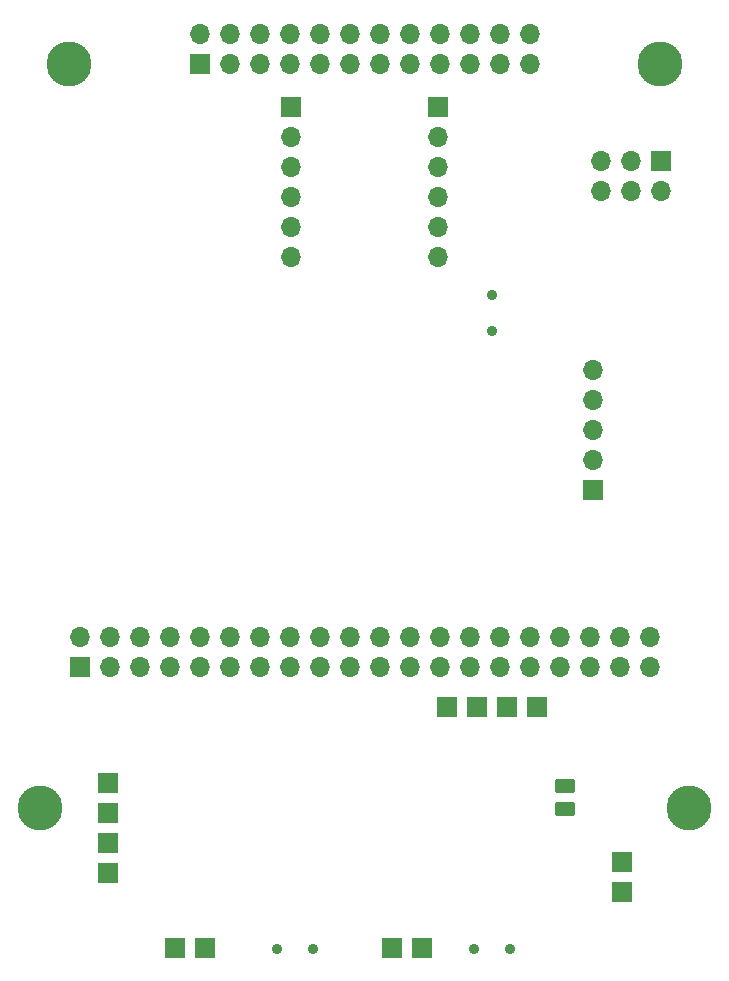
<source format=gbs>
%TF.GenerationSoftware,KiCad,Pcbnew,(6.0.0-0)*%
%TF.CreationDate,2022-06-01T09:22:49+02:00*%
%TF.ProjectId,Zumo_PiZero,5a756d6f-5f50-4695-9a65-726f2e6b6963,rev?*%
%TF.SameCoordinates,Original*%
%TF.FileFunction,Soldermask,Bot*%
%TF.FilePolarity,Negative*%
%FSLAX46Y46*%
G04 Gerber Fmt 4.6, Leading zero omitted, Abs format (unit mm)*
G04 Created by KiCad (PCBNEW (6.0.0-0)) date 2022-06-01 09:22:49*
%MOMM*%
%LPD*%
G01*
G04 APERTURE LIST*
G04 Aperture macros list*
%AMRoundRect*
0 Rectangle with rounded corners*
0 $1 Rounding radius*
0 $2 $3 $4 $5 $6 $7 $8 $9 X,Y pos of 4 corners*
0 Add a 4 corners polygon primitive as box body*
4,1,4,$2,$3,$4,$5,$6,$7,$8,$9,$2,$3,0*
0 Add four circle primitives for the rounded corners*
1,1,$1+$1,$2,$3*
1,1,$1+$1,$4,$5*
1,1,$1+$1,$6,$7*
1,1,$1+$1,$8,$9*
0 Add four rect primitives between the rounded corners*
20,1,$1+$1,$2,$3,$4,$5,0*
20,1,$1+$1,$4,$5,$6,$7,0*
20,1,$1+$1,$6,$7,$8,$9,0*
20,1,$1+$1,$8,$9,$2,$3,0*%
G04 Aperture macros list end*
%ADD10R,1.700000X1.700000*%
%ADD11RoundRect,0.250000X-0.625000X0.350000X-0.625000X-0.350000X0.625000X-0.350000X0.625000X0.350000X0*%
%ADD12C,3.800000*%
%ADD13O,1.700000X1.700000*%
%ADD14C,0.900000*%
G04 APERTURE END LIST*
D10*
%TO.C,U1*%
X134750000Y-136495000D03*
X134750000Y-133955000D03*
D11*
X129950000Y-129495000D03*
X129950000Y-127495000D03*
D10*
X127580000Y-120795000D03*
X125040000Y-120795000D03*
X122500000Y-120795000D03*
X119960000Y-120795000D03*
X91300000Y-127293000D03*
X91300000Y-129833000D03*
X91300000Y-132373000D03*
X91300000Y-134913000D03*
X96960000Y-141195000D03*
X99500000Y-141195000D03*
X115300000Y-141195000D03*
X117840000Y-141195000D03*
%TD*%
D12*
%TO.C,H1*%
X88000000Y-66400000D03*
%TD*%
%TO.C,H3*%
X140500000Y-129400000D03*
%TD*%
%TO.C,H2*%
X138000000Y-66400000D03*
%TD*%
D10*
%TO.C,J5*%
X106801000Y-69983000D03*
D13*
X106801000Y-72523000D03*
X106801000Y-75063000D03*
X106801000Y-77603000D03*
X106801000Y-80143000D03*
X106801000Y-82683000D03*
%TD*%
D10*
%TO.C,J6*%
X119199000Y-69983000D03*
D13*
X119199000Y-72523000D03*
X119199000Y-75063000D03*
X119199000Y-77603000D03*
X119199000Y-80143000D03*
X119199000Y-82683000D03*
%TD*%
D14*
%TO.C,SW2*%
X125300000Y-141330000D03*
X122300000Y-141330000D03*
%TD*%
D10*
%TO.C,J1*%
X138065000Y-74583000D03*
D13*
X138065000Y-77123000D03*
X135525000Y-74583000D03*
X135525000Y-77123000D03*
X132985000Y-74583000D03*
X132985000Y-77123000D03*
%TD*%
D14*
%TO.C,SW1*%
X108600000Y-141300000D03*
X105600000Y-141300000D03*
%TD*%
D12*
%TO.C,H4*%
X85500000Y-129400000D03*
%TD*%
D10*
%TO.C,U3*%
X88870000Y-117474000D03*
D13*
X88870000Y-114934000D03*
X91410000Y-117474000D03*
X91410000Y-114934000D03*
X93950000Y-117474000D03*
X93950000Y-114934000D03*
X96490000Y-117474000D03*
X96490000Y-114934000D03*
X99030000Y-117474000D03*
X99030000Y-114934000D03*
X101570000Y-117474000D03*
X101570000Y-114934000D03*
X104110000Y-117474000D03*
X104110000Y-114934000D03*
X106650000Y-117474000D03*
X106650000Y-114934000D03*
X109190000Y-117474000D03*
X109190000Y-114934000D03*
X111730000Y-117474000D03*
X111730000Y-114934000D03*
X114270000Y-117474000D03*
X114270000Y-114934000D03*
X116810000Y-117474000D03*
X116810000Y-114934000D03*
X119350000Y-117474000D03*
X119350000Y-114934000D03*
X121890000Y-117474000D03*
X121890000Y-114934000D03*
X124430000Y-117474000D03*
X124430000Y-114934000D03*
X126970000Y-117474000D03*
X126970000Y-114934000D03*
X129510000Y-117474000D03*
X129510000Y-114934000D03*
X132050000Y-117474000D03*
X132050000Y-114934000D03*
X134590000Y-117474000D03*
X134590000Y-114934000D03*
X137130000Y-117474000D03*
X137130000Y-114934000D03*
%TD*%
D10*
%TO.C,J4*%
X132333000Y-102444000D03*
D13*
X132333000Y-99904000D03*
X132333000Y-97364000D03*
X132333000Y-94824000D03*
X132333000Y-92284000D03*
%TD*%
D14*
%TO.C,SW6*%
X123804000Y-85983000D03*
X123804000Y-88983000D03*
%TD*%
D10*
%TO.C,J2*%
X99030000Y-66350000D03*
D13*
X99030000Y-63810000D03*
X101570000Y-66350000D03*
X101570000Y-63810000D03*
X104110000Y-66350000D03*
X104110000Y-63810000D03*
X106650000Y-66350000D03*
X106650000Y-63810000D03*
X109190000Y-66350000D03*
X109190000Y-63810000D03*
X111730000Y-66350000D03*
X111730000Y-63810000D03*
X114270000Y-66350000D03*
X114270000Y-63810000D03*
X116810000Y-66350000D03*
X116810000Y-63810000D03*
X119350000Y-66350000D03*
X119350000Y-63810000D03*
X121890000Y-66350000D03*
X121890000Y-63810000D03*
X124430000Y-66350000D03*
X124430000Y-63810000D03*
X126970000Y-66350000D03*
X126970000Y-63810000D03*
%TD*%
M02*

</source>
